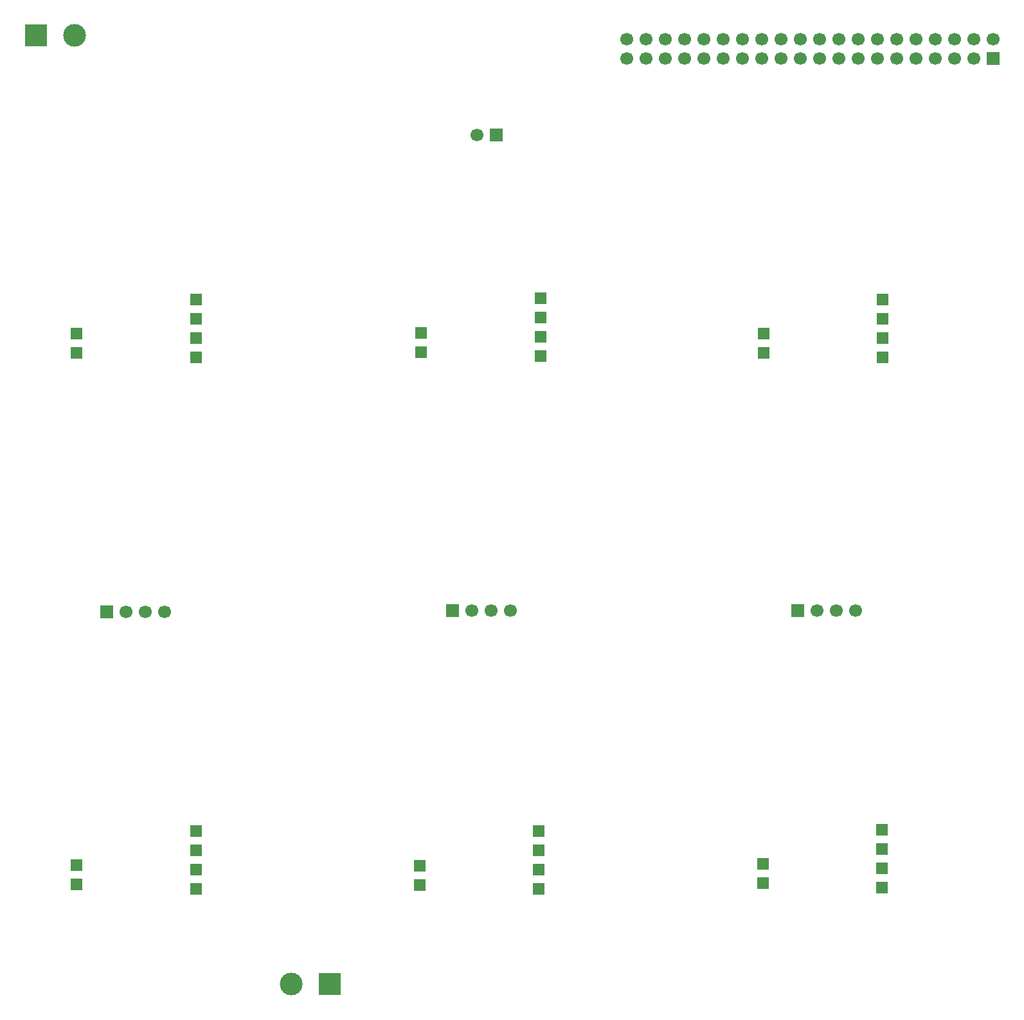
<source format=gbr>
%TF.GenerationSoftware,KiCad,Pcbnew,9.0.2*%
%TF.CreationDate,2025-06-29T15:47:53+02:00*%
%TF.ProjectId,adirs,61646972-732e-46b6-9963-61645f706362,rev?*%
%TF.SameCoordinates,Original*%
%TF.FileFunction,Soldermask,Bot*%
%TF.FilePolarity,Negative*%
%FSLAX46Y46*%
G04 Gerber Fmt 4.6, Leading zero omitted, Abs format (unit mm)*
G04 Created by KiCad (PCBNEW 9.0.2) date 2025-06-29 15:47:53*
%MOMM*%
%LPD*%
G01*
G04 APERTURE LIST*
%ADD10R,1.700000X1.700000*%
%ADD11C,1.700000*%
%ADD12R,3.000000X3.000000*%
%ADD13C,3.000000*%
%ADD14R,1.500000X1.500000*%
G04 APERTURE END LIST*
D10*
%TO.C,J2*%
X269825000Y-28475000D03*
D11*
X269825000Y-25935000D03*
X267285000Y-28475000D03*
X267285000Y-25935000D03*
X264745000Y-28475000D03*
X264745000Y-25935000D03*
X262205000Y-28475000D03*
X262205000Y-25935000D03*
X259665000Y-28475000D03*
X259665000Y-25935000D03*
X257125000Y-28475000D03*
X257125000Y-25935000D03*
X254585000Y-28475000D03*
X254585000Y-25935000D03*
X252045000Y-28475000D03*
X252045000Y-25935000D03*
X249505000Y-28475000D03*
X249505000Y-25935000D03*
X246965000Y-28475000D03*
X246965000Y-25935000D03*
X244425000Y-28475000D03*
X244425000Y-25935000D03*
X241885000Y-28475000D03*
X241885000Y-25935000D03*
X239345000Y-28475000D03*
X239345000Y-25935000D03*
X236805000Y-28475000D03*
X236805000Y-25935000D03*
X234265000Y-28475000D03*
X234265000Y-25935000D03*
X231725000Y-28475000D03*
X231725000Y-25935000D03*
X229185000Y-28475000D03*
X229185000Y-25935000D03*
X226645000Y-28475000D03*
X226645000Y-25935000D03*
X224105000Y-28475000D03*
X224105000Y-25935000D03*
X221565000Y-28475000D03*
X221565000Y-25935000D03*
%TD*%
D12*
%TO.C,J7*%
X182390000Y-150400000D03*
D13*
X177310000Y-150400000D03*
%TD*%
D14*
%TO.C,KR3*%
X255250000Y-60150000D03*
X255250000Y-62690000D03*
X255250000Y-65230000D03*
X255250000Y-67770000D03*
X239550000Y-64650000D03*
X239550000Y-67190000D03*
%TD*%
%TO.C,KR5*%
X209950000Y-130250000D03*
X209950000Y-132790000D03*
X209950000Y-135330000D03*
X209950000Y-137870000D03*
X194250000Y-134750000D03*
X194250000Y-137290000D03*
%TD*%
%TO.C,KR6*%
X255150000Y-130050000D03*
X255150000Y-132590000D03*
X255150000Y-135130000D03*
X255150000Y-137670000D03*
X239450000Y-134550000D03*
X239450000Y-137090000D03*
%TD*%
D10*
%TO.C,J6*%
X198590000Y-101150000D03*
D11*
X201130000Y-101150000D03*
X203670000Y-101150000D03*
X206210000Y-101150000D03*
%TD*%
D10*
%TO.C,J4*%
X153020000Y-101300000D03*
D11*
X155560000Y-101300000D03*
X158100000Y-101300000D03*
X160640000Y-101300000D03*
%TD*%
D14*
%TO.C,KR4*%
X164800000Y-130200000D03*
X164800000Y-132740000D03*
X164800000Y-135280000D03*
X164800000Y-137820000D03*
X149100000Y-134700000D03*
X149100000Y-137240000D03*
%TD*%
D10*
%TO.C,J5*%
X244090000Y-101150000D03*
D11*
X246630000Y-101150000D03*
X249170000Y-101150000D03*
X251710000Y-101150000D03*
%TD*%
D10*
%TO.C,J3*%
X204375000Y-38500000D03*
D11*
X201835000Y-38500000D03*
%TD*%
D14*
%TO.C,KR1*%
X164800000Y-60200000D03*
X164800000Y-62740000D03*
X164800000Y-65280000D03*
X164800000Y-67820000D03*
X149100000Y-64700000D03*
X149100000Y-67240000D03*
%TD*%
%TO.C,KR2*%
X210150000Y-60050000D03*
X210150000Y-62590000D03*
X210150000Y-65130000D03*
X210150000Y-67670000D03*
X194450000Y-64550000D03*
X194450000Y-67090000D03*
%TD*%
D12*
%TO.C,J1*%
X143695000Y-25400000D03*
D13*
X148775000Y-25400000D03*
%TD*%
M02*

</source>
